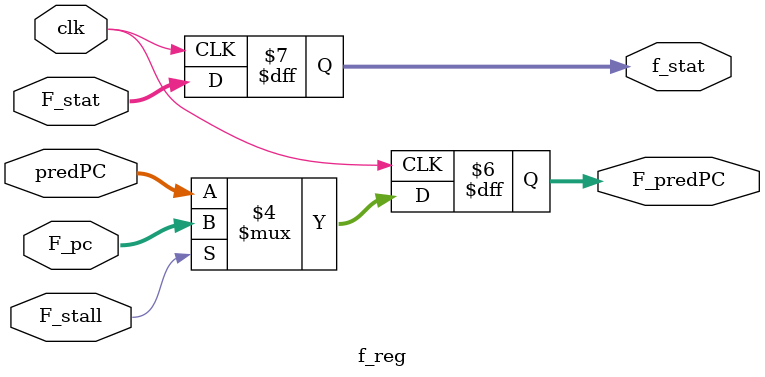
<source format=v>
module f_reg(clk,F_stall,F_pc, predPC, F_predPC,F_stat,f_stat);

input clk,F_stall;
input [3:0] F_stat;
input [63:0] predPC ,F_pc;
output reg [63:0] F_predPC;
output reg [3:0] f_stat;

always @(posedge clk)
    begin
        f_stat <= F_stat;
        if(!F_stall)
        begin
            F_predPC <= predPC;
        end
        else
        begin
            F_predPC <= F_pc;
        end
    end
endmodule

</source>
